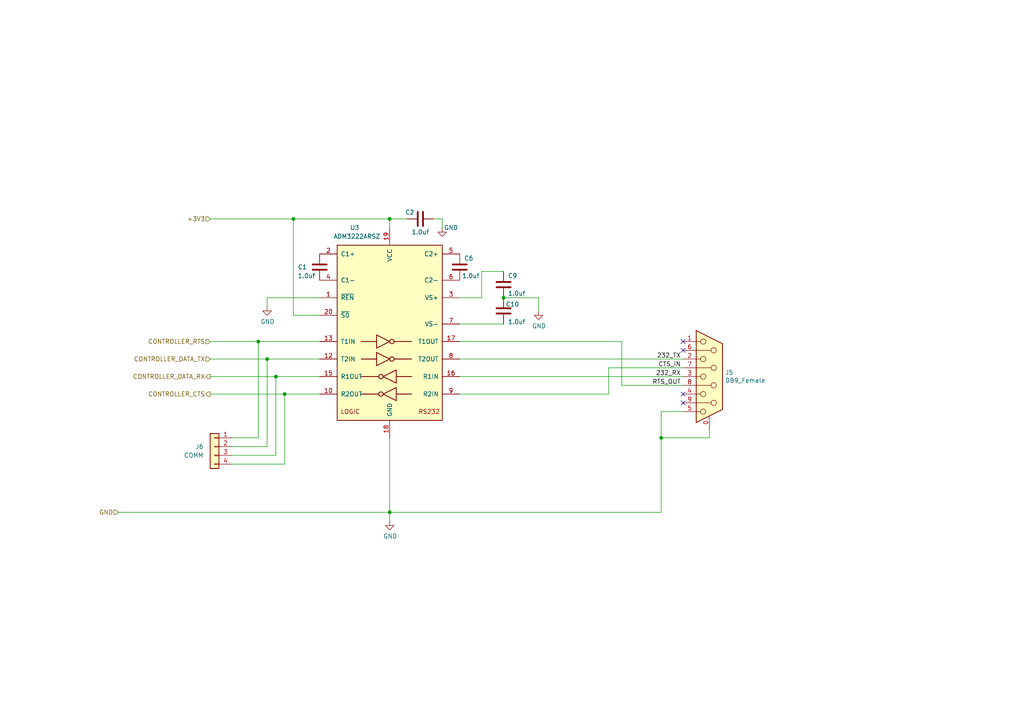
<source format=kicad_sch>
(kicad_sch (version 20230121) (generator eeschema)
  (paper "A4")
  (title_block (title "Serial Interface") (date "2023-12-01") (rev "R0.1") (company "Up&Up") (comment 1 "Engineer: Pooh Cook") (comment 2 "Lumpy Test Design"))
  (lib_symbols
    (symbol "Connector_Generic:Conn_01x04" (pin_names (offset 1.016) hide)
      (property "Reference" "J" (at 0 5.08 0))
      (property "Value" "Conn_01x04" (at 0 -7.62 0))
      (symbol "Conn_01x04_1_1"
        (rectangle (start -1.27 -4.953) (end 0 -5.207) (stroke (width 0.1524)))
        (rectangle (start -1.27 -2.413) (end 0 -2.667) (stroke (width 0.1524)))
        (rectangle (start -1.27 0.127) (end 0 -0.127) (stroke (width 0.1524)))
        (rectangle (start -1.27 2.667) (end 0 2.413) (stroke (width 0.1524)))
        (rectangle (start -1.27 3.81) (end 1.27 -6.35) (stroke (width 0.254)) (fill (type background)))
        (pin passive line (at -5.08 2.54 0) (length 3.81) (name "Pin_1") (number "1"))
        (pin passive line (at -5.08 0 0) (length 3.81) (name "Pin_2") (number "2"))
        (pin passive line (at -5.08 -2.54 0) (length 3.81) (name "Pin_3") (number "3"))
        (pin passive line (at -5.08 -5.08 0) (length 3.81) (name "Pin_4") (number "4"))
      )
    )
    (symbol "Device:C" (pin_numbers hide) (pin_names (offset 0.254))
      (property "Reference" "C" (at 0.635 2.54 0))
      (property "Value" "C" (at 0.635 -2.54 0))
      (symbol "C_0_1"
        (polyline (pts (xy -2.032 -0.762) (xy 2.032 -0.762)) (stroke (width 0.508)))
        (polyline (pts (xy -2.032 0.762) (xy 2.032 0.762)) (stroke (width 0.508)))
      )
      (symbol "C_1_1"
        (pin passive line (at 0 3.81 270) (length 2.794) (name "~") (number "1"))
        (pin passive line (at 0 -3.81 90) (length 2.794) (name "~") (number "2"))
      )
    )
    (symbol "local:ADM3222" (pin_names (offset 1.016))
      (property "Reference" "U" (at -2.54 28.575 0))
      (property "Value" "ADM3222" (at -2.54 26.67 0))
      (symbol "ADM3222_0_0"
        (text "LOGIC" (at -11.43 -22.86 0) (effects (font (size 1.27 1.27))))
        (text "RS232" (at 11.43 -22.86 0) (effects (font (size 1.27 1.27))))
      )
      (symbol "ADM3222_0_1"
        (rectangle (start -15.24 -25.4) (end 15.24 25.4) (stroke (width 0.254)) (fill (type background)))
        (circle (center -2.54 -17.78) (radius 0.635) (stroke (width 0.254)))
        (circle (center -2.54 -12.7) (radius 0.635) (stroke (width 0.254)))
        (polyline (pts (xy -3.81 -7.62) (xy -8.255 -7.62)) (stroke (width 0.254)))
        (polyline (pts (xy -3.81 -2.54) (xy -8.255 -2.54)) (stroke (width 0.254)))
        (polyline (pts (xy -3.175 -17.78) (xy -8.255 -17.78)) (stroke (width 0.254)))
        (polyline (pts (xy -3.175 -12.7) (xy -8.255 -12.7)) (stroke (width 0.254)))
        (polyline (pts (xy 1.27 -7.62) (xy 6.35 -7.62)) (stroke (width 0.254)))
        (polyline (pts (xy 1.27 -2.54) (xy 6.35 -2.54)) (stroke (width 0.254)))
        (polyline (pts (xy 1.905 -17.78) (xy 6.35 -17.78)) (stroke (width 0.254)))
        (polyline (pts (xy 1.905 -12.7) (xy 6.35 -12.7)) (stroke (width 0.254)))
        (polyline (pts (xy -3.81 -5.715) (xy -3.81 -9.525) (xy 0 -7.62) (xy -3.81 -5.715)) (stroke (width 0.254)))
        (polyline (pts (xy -3.81 -0.635) (xy -3.81 -4.445) (xy 0 -2.54) (xy -3.81 -0.635)) (stroke (width 0.254)))
        (polyline (pts (xy 1.905 -15.875) (xy 1.905 -19.685) (xy -1.905 -17.78) (xy 1.905 -15.875)) (stroke (width 0.254)))
        (polyline (pts (xy 1.905 -10.795) (xy 1.905 -14.605) (xy -1.905 -12.7) (xy 1.905 -10.795)) (stroke (width 0.254)))
        (circle (center 0.635 -7.62) (radius 0.635) (stroke (width 0.254)))
        (circle (center 0.635 -2.54) (radius 0.635) (stroke (width 0.254)))
      )
      (symbol "ADM3222_1_1"
        (pin input line (at -20.32 10.16 0) (length 5.08) (name "~{REN}") (number "1"))
        (pin tri_state line (at -20.32 -17.78 0) (length 5.08) (name "R2OUT") (number "10"))
        (pin input line (at -20.32 -7.62 0) (length 5.08) (name "T2IN") (number "12"))
        (pin input line (at -20.32 -2.54 0) (length 5.08) (name "T1IN") (number "13"))
        (pin tri_state line (at -20.32 -12.7 0) (length 5.08) (name "R1OUT") (number "15"))
        (pin input line (at 20.32 -12.7 180) (length 5.08) (name "R1IN") (number "16"))
        (pin output line (at 20.32 -2.54 180) (length 5.08) (name "T1OUT") (number "17"))
        (pin power_in line (at 0 -30.48 90) (length 5.08) (name "GND") (number "18"))
        (pin power_in line (at 0 30.48 270) (length 5.08) (name "VCC") (number "19"))
        (pin passive line (at -20.32 22.86 0) (length 5.08) (name "C1+") (number "2"))
        (pin input line (at -20.32 5.08 0) (length 5.08) (name "~{SD}") (number "20"))
        (pin power_out line (at 20.32 10.16 180) (length 5.08) (name "VS+") (number "3"))
        (pin passive line (at -20.32 15.24 0) (length 5.08) (name "C1-") (number "4"))
        (pin passive line (at 20.32 22.86 180) (length 5.08) (name "C2+") (number "5"))
        (pin passive line (at 20.32 15.24 180) (length 5.08) (name "C2-") (number "6"))
        (pin power_out line (at 20.32 2.54 180) (length 5.08) (name "VS-") (number "7"))
        (pin output line (at 20.32 -7.62 180) (length 5.08) (name "T2OUT") (number "8"))
        (pin input line (at 20.32 -17.78 180) (length 5.08) (name "R2IN") (number "9"))
      )
    )
    (symbol "local:DB9_Female_MountingHoles-Connector" (pin_names (offset 1.016) hide)
      (property "Reference" "J5" (at 4.572 1.1684 0))
      (property "Value" "DB9_Female" (at 4.572 -1.143 0))
      (symbol "DB9_Female_MountingHoles-Connector_0_1"
        (circle (center -1.778 -10.16) (radius 0.762))
        (circle (center -1.778 -5.08) (radius 0.762))
        (circle (center -1.778 0) (radius 0.762))
        (circle (center -1.778 5.08) (radius 0.762))
        (circle (center -1.778 10.16) (radius 0.762))
        (polyline (pts (xy -3.81 -10.16) (xy -2.54 -10.16)))
        (polyline (pts (xy -3.81 -7.62) (xy 0.508 -7.62)))
        (polyline (pts (xy -3.81 -5.08) (xy -2.54 -5.08)))
        (polyline (pts (xy -3.81 -2.54) (xy 0.508 -2.54)))
        (polyline (pts (xy -3.81 0) (xy -2.54 0)))
        (polyline (pts (xy -3.81 2.54) (xy 0.508 2.54)))
        (polyline (pts (xy -3.81 5.08) (xy -2.54 5.08)))
        (polyline (pts (xy -3.81 7.62) (xy 0.508 7.62)))
        (polyline (pts (xy -3.81 10.16) (xy -2.54 10.16)))
        (polyline (pts (xy -3.81 13.335) (xy -3.81 -13.335) (xy 3.81 -9.525) (xy 3.81 9.525) (xy -3.81 13.335)) (stroke (width 0.254)) (fill (type background)))
        (circle (center 1.27 -7.62) (radius 0.762))
        (circle (center 1.27 -2.54) (radius 0.762))
        (circle (center 1.27 2.54) (radius 0.762))
        (circle (center 1.27 7.62) (radius 0.762))
      )
      (symbol "DB9_Female_MountingHoles-Connector_1_1"
        (pin passive line (at 0 -15.24 90) (length 3.81) (name "PAD") (number "0"))
        (pin passive line (at -7.62 10.16 0) (length 3.81) (name "1") (number "1"))
        (pin passive line (at -7.62 5.08 0) (length 3.81) (name "2") (number "2"))
        (pin passive line (at -7.62 0 0) (length 3.81) (name "3") (number "3"))
        (pin passive line (at -7.62 -5.08 0) (length 3.81) (name "4") (number "4"))
        (pin passive line (at -7.62 -10.16 0) (length 3.81) (name "5") (number "5"))
        (pin passive line (at -7.62 7.62 0) (length 3.81) (name "6") (number "6"))
        (pin passive line (at -7.62 2.54 0) (length 3.81) (name "7") (number "7"))
        (pin passive line (at -7.62 -2.54 0) (length 3.81) (name "8") (number "8"))
        (pin passive line (at -7.62 -7.62 0) (length 3.81) (name "9") (number "9"))
      )
    )
    (symbol "power:GND" (power) (pin_names (offset 0))
      (property "Value" "GND" (at 0 -3.81 0))
      (symbol "GND_0_1"
        (polyline (pts (xy 0 0) (xy 0 -1.27) (xy 1.27 -1.27) (xy 0 -2.54) (xy -1.27 -1.27) (xy 0 -1.27)))
      )
      (symbol "GND_1_1"
        (pin power_in line (at 0 0 270) (length 0) hide (name "GND") (number "1"))
      )
    )
  )
  (junction (at 77.47 104.14))
  (junction (at 146.05 86.36))
  (junction (at 113.03 63.5))
  (junction (at 191.77 127))
  (junction (at 82.55 114.3))
  (junction (at 74.93 99.06))
  (junction (at 85.09 63.5))
  (junction (at 113.03 148.59))
  (junction (at 80.01 109.22))
  (no_connect (at 198.12 116.84))
  (no_connect (at 198.12 101.6))
  (no_connect (at 198.12 99.06))
  (no_connect (at 198.12 114.3))
  (wire (pts (xy 67.31 129.54) (xy 77.47 129.54)))
  (wire (pts (xy 113.03 63.5) (xy 118.11 63.5)))
  (wire (pts (xy 191.77 127) (xy 205.74 127)))
  (wire (pts (xy 156.21 86.36) (xy 156.21 90.17)))
  (wire (pts (xy 77.47 129.54) (xy 77.47 104.14)))
  (wire (pts (xy 113.03 63.5) (xy 113.03 66.04)))
  (wire (pts (xy 80.01 109.22) (xy 92.71 109.22)))
  (wire (pts (xy 67.31 127) (xy 74.93 127)))
  (wire (pts (xy 60.96 114.3) (xy 82.55 114.3)))
  (wire (pts (xy 77.47 86.36) (xy 92.71 86.36)))
  (wire (pts (xy 113.03 148.59) (xy 191.77 148.59)))
  (wire (pts (xy 74.93 127) (xy 74.93 99.06)))
  (wire (pts (xy 82.55 114.3) (xy 82.55 134.62)))
  (wire (pts (xy 133.35 104.14) (xy 198.12 104.14)))
  (wire (pts (xy 82.55 114.3) (xy 92.71 114.3)))
  (wire (pts (xy 60.96 99.06) (xy 74.93 99.06)))
  (wire (pts (xy 113.03 148.59) (xy 113.03 127)))
  (wire (pts (xy 133.35 114.3) (xy 176.53 114.3)))
  (wire (pts (xy 133.35 86.36) (xy 139.7 86.36)))
  (wire (pts (xy 139.7 86.36) (xy 139.7 78.74)))
  (wire (pts (xy 176.53 106.68) (xy 198.12 106.68)))
  (wire (pts (xy 133.35 109.22) (xy 198.12 109.22)))
  (wire (pts (xy 180.34 99.06) (xy 180.34 111.76)))
  (wire (pts (xy 133.35 93.98) (xy 146.05 93.98)))
  (wire (pts (xy 60.96 63.5) (xy 85.09 63.5)))
  (wire (pts (xy 77.47 104.14) (xy 92.71 104.14)))
  (wire (pts (xy 113.03 148.59) (xy 113.03 151.13)))
  (wire (pts (xy 125.73 63.5) (xy 128.27 63.5)))
  (wire (pts (xy 85.09 91.44) (xy 92.71 91.44)))
  (wire (pts (xy 74.93 99.06) (xy 92.71 99.06)))
  (wire (pts (xy 133.35 99.06) (xy 180.34 99.06)))
  (wire (pts (xy 60.96 104.14) (xy 77.47 104.14)))
  (wire (pts (xy 191.77 119.38) (xy 198.12 119.38)))
  (wire (pts (xy 180.34 111.76) (xy 198.12 111.76)))
  (wire (pts (xy 176.53 114.3) (xy 176.53 106.68)))
  (wire (pts (xy 67.31 134.62) (xy 82.55 134.62)))
  (wire (pts (xy 139.7 78.74) (xy 146.05 78.74)))
  (wire (pts (xy 146.05 86.36) (xy 156.21 86.36)))
  (wire (pts (xy 191.77 119.38) (xy 191.77 127)))
  (wire (pts (xy 67.31 132.08) (xy 80.01 132.08)))
  (wire (pts (xy 60.96 109.22) (xy 80.01 109.22)))
  (wire (pts (xy 80.01 132.08) (xy 80.01 109.22)))
  (wire (pts (xy 128.27 63.5) (xy 128.27 66.04)))
  (wire (pts (xy 85.09 63.5) (xy 85.09 91.44)))
  (wire (pts (xy 34.29 148.59) (xy 113.03 148.59)))
  (wire (pts (xy 77.47 88.9) (xy 77.47 86.36)))
  (wire (pts (xy 191.77 148.59) (xy 191.77 127)))
  (wire (pts (xy 205.74 127) (xy 205.74 124.46)))
  (wire (pts (xy 113.03 63.5) (xy 85.09 63.5)))
  (label "RTS_OUT" (at 197.485 111.76 180))
  (label "232_TX" (at 197.485 104.14 180))
  (label "232_RX" (at 197.485 109.22 180))
  (label "CTS_IN" (at 197.485 106.68 180))
  (hierarchical_label "CONTROLLER_CTS" (shape output) (at 60.96 114.3 180))
  (hierarchical_label "CONTROLLER_DATA_RX" (shape output) (at 60.96 109.22 180))
  (hierarchical_label "+3V3" (shape input) (at 60.96 63.5 180))
  (hierarchical_label "CONTROLLER_DATA_TX" (shape input) (at 60.96 104.14 180))
  (hierarchical_label "CONTROLLER_RTS" (shape input) (at 60.96 99.06 180))
  (hierarchical_label "GND" (shape input) (at 34.29 148.59 180))
  (symbol (lib_id "local:DB9_Female_MountingHoles-Connector") (at 205.74 109.22 0) (unit 1)
    (property "Reference" "J5" (at 210.312 108.0516 0) (effects (justify left)))
    (property "Value" "DB9_Female" (at 210.312 110.363 0) (effects (justify left)))
    (property "Footprint" "local_485:DSUB-9_Female_Horizontal_P2.77x2.84mm" (effects hide))
    (property "Datasheet" " ~" (effects hide))
    (property "PartNumber" "A-DF 09 A/KG-T4S" (effects hide))
    (property "cost" "0.408" (effects hide))
    (instances (project "waddle" (path "" (reference "J5") (unit 1))) (project "SCH_SB4_TestFixture" (path "" (reference "J5") (unit 1))) (project "SB_Serial_Adaptor" (path "" (reference "J5") (unit 1))) (project "lumpy" (path "" (reference "J3") (unit 1))))
  )
  (symbol (lib_id "Device:C") (at 121.92 63.5 270) (unit 1)
    (property "Reference" "C2" (at 117.475 61.595 90) (effects (justify left)))
    (property "Value" "1.0uf" (at 119.38 67.31 90) (effects (justify left)))
    (property "Footprint" "Capacitor_SMD:C_0603_1608Metric" (effects hide))
    (property "LCSC Part Number" "C77049" (effects hide))
    (property "PartNumber" "GRM188R71C105KE15D" (effects hide))
    (property "cost" "0.0096" (effects hide))
  )
  (symbol (lib_id "Device:C") (at 92.71 77.47 0) (unit 1)
    (property "Reference" "C1" (at 86.36 77.47 0) (effects (justify left)))
    (property "Value" "1.0uf" (at 86.36 80.01 0) (effects (justify left)))
    (property "Footprint" "Capacitor_SMD:C_0603_1608Metric" (effects hide))
    (property "LCSC Part Number" "C77049" (effects hide))
    (property "PartNumber" "GRM188R71C105KE15D" (effects hide))
    (property "cost" "0.0096" (effects hide))
  )
  (symbol (lib_id "Connector_Generic:Conn_01x04") (at 62.23 129.54 0) (mirror y) (unit 1)
    (property "Reference" "J6" (at 59.055 129.54 0) (effects (justify left)))
    (property "Value" "COMM" (at 59.055 132.08 0) (effects (justify left)))
    (property "Footprint" "local:PinHeader_1x04_P2.54mm_Vertical" (effects hide))
    (instances (project "waddle" (path "" (reference "J6") (unit 1))) (project "SCH_SB4_TestFixture" (path "" (reference "J6") (unit 1))) (project "lumpy" (path "" (reference "J2") (unit 1))))
  )
  (symbol (lib_id "Device:C") (at 133.35 77.47 0) (unit 1)
    (property "Reference" "C6" (at 134.62 74.93 0) (effects (justify left)))
    (property "Value" "1.0uf" (at 133.985 80.01 0) (effects (justify left)))
    (property "Footprint" "Capacitor_SMD:C_0603_1608Metric" (effects hide))
    (property "LCSC Part Number" "C77049" (effects hide))
    (property "PartNumber" "GRM188R71C105KE15D" (effects hide))
    (property "cost" "0.0096" (effects hide))
    (instances (project "waddle" (path "" (reference "C6") (unit 1))) (project "SCH_SB4_TestFixture" (path "" (reference "C6") (unit 1))) (project "SB_Serial_Adaptor" (path "" (reference "C6") (unit 1))) (project "lumpy" (path "" (reference "C3") (unit 1))))
  )
  (symbol (lib_id "local:ADM3222") (at 113.03 96.52 0) (unit 1)
    (property "Reference" "U3" (at 102.87 66.04 0))
    (property "Value" "ADM3222ARSZ" (at 103.505 68.58 0))
    (property "Footprint" "local:SSOP-20_5.3x7.2mm_P0.65mm" (effects hide))
    (property "Datasheet" "https://datasheet.lcsc.com/szlcsc/STMicroelectronics-ST232CDR_C6869.pdfhttp://www.ti.com/lit/ds/symlink/max232.pdf" (effects hide))
    (property "LCSC Part Number" "C208197" (effects hide))
    (property "PartNumber" "ADM3222ARSZ" (effects hide))
    (property "cost" "2.32" (effects hide))
    (instances (project "waddle" (path "" (reference "U3") (unit 1))) (project "SCH_SB4_TestFixture" (path "" (reference "U3") (unit 1))) (project "SB_Serial_Adaptor" (path "" (reference "U3") (unit 1))) (project "lumpy" (path "" (reference "U1") (unit 1))))
  )
  (symbol (lib_id "power:GND") (at 113.03 151.13 0) (unit 1)
    (property "Reference" "#PWR017" (effects hide))
    (property "Value" "GND" (at 113.157 155.5242 0))
    (instances (project "waddle" (path "" (reference "#PWR017") (unit 1))) (project "SCH_SB4_TestFixture" (path "" (reference "#PWR017") (unit 1))) (project "SB_Serial_Adaptor" (path "" (reference "#PWR017") (unit 1))) (project "lumpy" (path "" (reference "#PWR02") (unit 1))))
  )
  (symbol (lib_id "Device:C") (at 146.05 82.55 0) (unit 1)
    (property "Reference" "C9" (at 147.32 80.01 0) (effects (justify left)))
    (property "Value" "1.0uf" (at 147.32 85.09 0) (effects (justify left)))
    (property "Footprint" "Capacitor_SMD:C_0603_1608Metric" (effects hide))
    (property "LCSC Part Number" "C77049" (effects hide))
    (property "PartNumber" "GRM188R71C105KE15D" (effects hide))
    (property "cost" "0.0096" (effects hide))
    (instances (project "waddle" (path "" (reference "C9") (unit 1))) (project "SCH_SB4_TestFixture" (path "" (reference "C9") (unit 1))) (project "SB_Serial_Adaptor" (path "" (reference "C9") (unit 1))) (project "lumpy" (path "" (reference "C4") (unit 1))))
  )
  (symbol (lib_id "power:GND") (at 128.27 66.04 0) (unit 1)
    (property "Reference" "#PWR018" (effects hide))
    (property "Value" "GND" (at 130.81 66.04 0))
    (instances (project "waddle" (path "" (reference "#PWR018") (unit 1))) (project "SCH_SB4_TestFixture" (path "" (reference "#PWR018") (unit 1))) (project "SB_Serial_Adaptor" (path "" (reference "#PWR018") (unit 1))) (project "lumpy" (path "" (reference "#PWR03") (unit 1))))
  )
  (symbol (lib_id "power:GND") (at 156.21 90.17 0) (unit 1)
    (property "Reference" "#PWR019" (effects hide))
    (property "Value" "GND" (at 156.337 94.5642 0))
    (instances (project "waddle" (path "" (reference "#PWR019") (unit 1))) (project "SCH_SB4_TestFixture" (path "" (reference "#PWR019") (unit 1))) (project "SB_Serial_Adaptor" (path "" (reference "#PWR019") (unit 1))) (project "lumpy" (path "" (reference "#PWR04") (unit 1))))
  )
  (symbol (lib_id "power:GND") (at 77.47 88.9 0) (unit 1)
    (property "Reference" "#PWR012" (effects hide))
    (property "Value" "GND" (at 77.597 93.2942 0))
    (instances (project "waddle" (path "" (reference "#PWR012") (unit 1))) (project "SCH_SB4_TestFixture" (path "" (reference "#PWR012") (unit 1))) (project "SB_Serial_Adaptor" (path "" (reference "#PWR019") (unit 1))) (project "lumpy" (path "" (reference "#PWR01") (unit 1))))
  )
  (symbol (lib_id "Device:C") (at 146.05 90.17 0) (unit 1)
    (property "Reference" "C10" (at 146.685 88.265 0) (effects (justify left)))
    (property "Value" "1.0uf" (at 147.32 93.345 0) (effects (justify left)))
    (property "Footprint" "Capacitor_SMD:C_0603_1608Metric" (effects hide))
    (property "LCSC Part Number" "C77049" (effects hide))
    (property "PartNumber" "GRM188R71C105KE15D" (effects hide))
    (property "cost" "0.0096" (effects hide))
    (instances (project "waddle" (path "" (reference "C10") (unit 1))) (project "SCH_SB4_TestFixture" (path "" (reference "C10") (unit 1))) (project "SB_Serial_Adaptor" (path "" (reference "C10") (unit 1))) (project "lumpy" (path "" (reference "C5") (unit 1))))
  )
)
</source>
